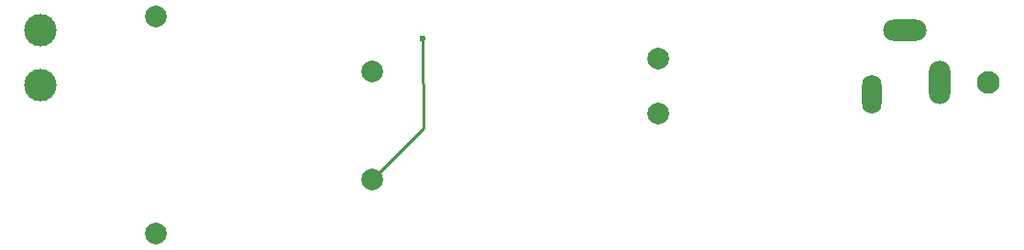
<source format=gbl>
G04*
G04 #@! TF.GenerationSoftware,Altium Limited,Altium Designer,23.4.1 (23)*
G04*
G04 Layer_Physical_Order=2*
G04 Layer_Color=16711680*
%FSLAX44Y44*%
%MOMM*%
G71*
G04*
G04 #@! TF.SameCoordinates,78E2F5E2-7EE1-4383-969E-04B009F8C4C8*
G04*
G04*
G04 #@! TF.FilePolarity,Positive*
G04*
G01*
G75*
%ADD14C,0.2540*%
%ADD33C,2.1000*%
%ADD35O,2.0000X4.0000*%
%ADD36O,4.0000X2.0000*%
%ADD37O,1.8000X3.6000*%
%ADD38C,3.0000*%
%ADD39C,2.0000*%
%ADD40C,0.6000*%
D14*
X407162Y261190D02*
Y302768D01*
Y261190D02*
X407924Y260428D01*
Y219786D02*
Y260428D01*
X360426Y172288D02*
X407924Y219786D01*
D33*
X929690Y261698D02*
D03*
D35*
X884690D02*
D03*
D36*
X852690Y309698D02*
D03*
D37*
X821690Y250698D02*
D03*
D38*
X54356Y310388D02*
D03*
Y259588D02*
D03*
D39*
X160426Y322288D02*
D03*
Y122288D02*
D03*
X360426Y272288D02*
D03*
Y172288D02*
D03*
X624586Y283318D02*
D03*
Y233318D02*
D03*
D40*
X407162Y302768D02*
D03*
M02*

</source>
